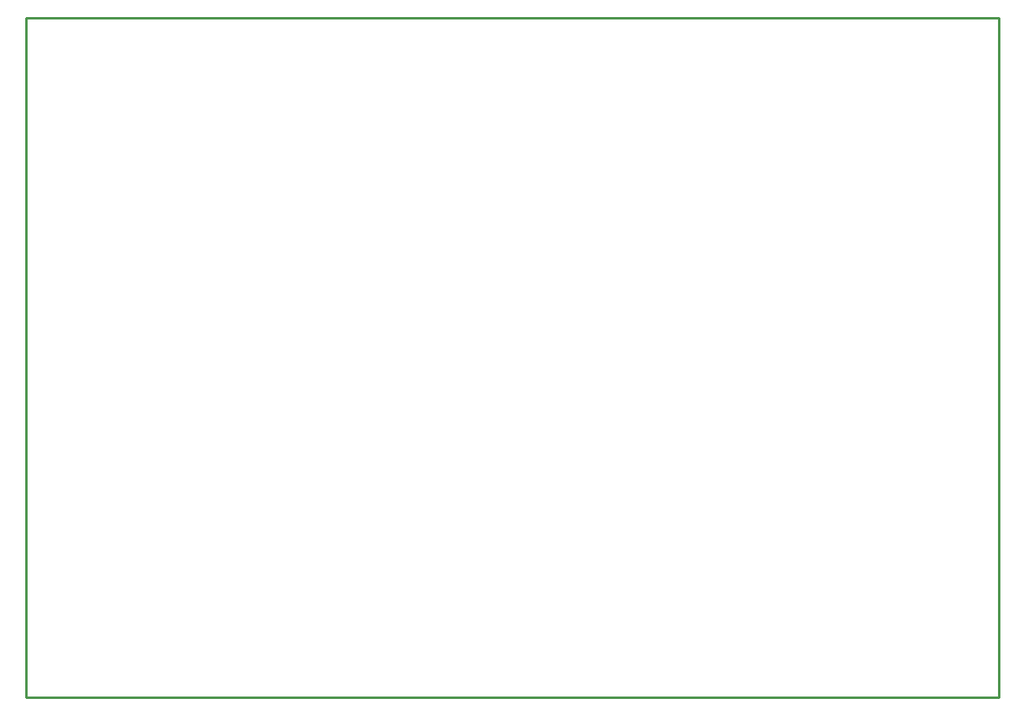
<source format=gbr>
G04 start of page 9 for group -4078 idx -4078 *
G04 Title: (unknown), bottomsilk *
G04 Creator: pcb 4.0.2 *
G04 CreationDate: Wed Jul  1 19:45:12 2020 UTC *
G04 For: ndholmes *
G04 Format: Gerber/RS-274X *
G04 PCB-Dimensions (mil): 4000.00 2800.00 *
G04 PCB-Coordinate-Origin: lower left *
%MOIN*%
%FSLAX25Y25*%
%LNBOTTOMSILK*%
%ADD76C,0.0100*%
G54D76*X500Y279500D02*X199500D01*
Y500D02*X500D01*
Y279500D01*
X191000Y500D02*X399500D01*
Y279500D01*
X166000D01*
M02*

</source>
